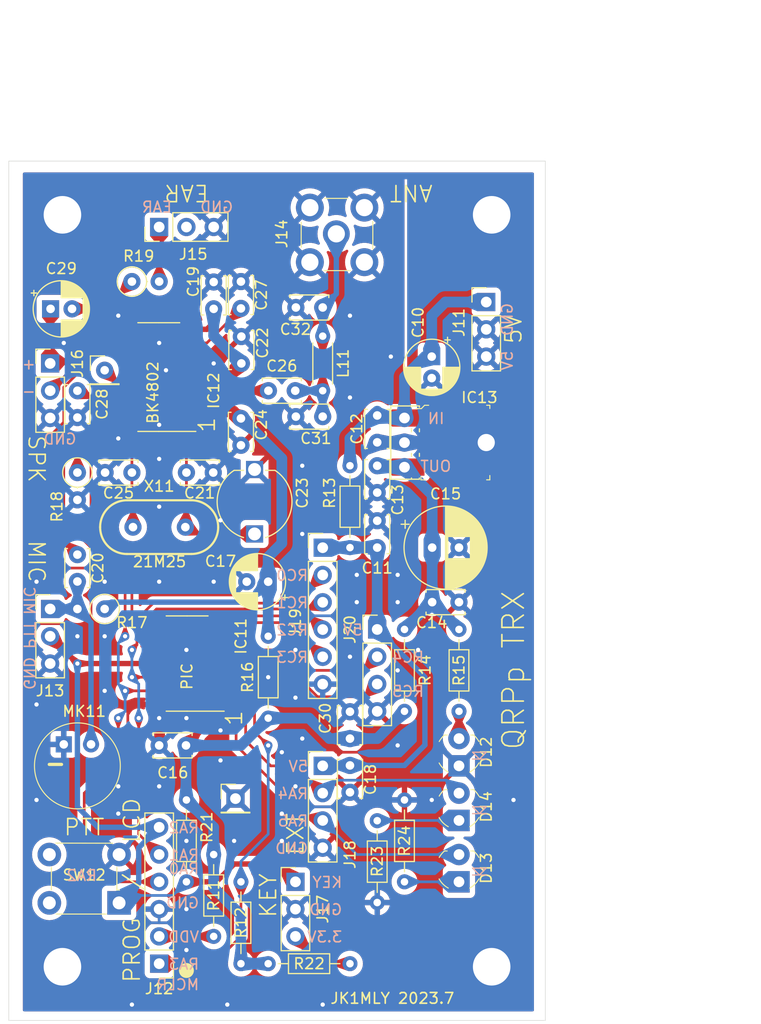
<source format=kicad_pcb>
(kicad_pcb (version 20221018) (generator pcbnew)
  (layers (0 "F.Cu" signal) (31 "B.Cu" signal) (34 "B.Paste" user) (35 "F.Paste" user) (36 "B.SilkS" user "B.Silkscreen") (37 "F.SilkS" user "F.Silkscreen") (38 "B.Mask" user) (39 "F.Mask" user) (44 "Edge.Cuts" user))
  (net 0 "")
  (net 1 "GND")
  (net 2 "Net-(J14-S)")
  (net 3 "Net-(IC12-MIC)")
  (net 4 "+5V")
  (net 5 "+3V3")
  (net 6 "Net-(J13-Pin_1)")
  (net 7 "Net-(D13-A)")
  (net 8 "Net-(IC12-XI)")
  (net 9 "Net-(IC12-RSSI)")
  (net 10 "Net-(IC12-XO)")
  (net 11 "Net-(IC12-ANT)")
  (net 12 "Net-(IC12-AUDC)")
  (net 13 "Net-(D12-A)")
  (net 14 "Net-(D13-K)")
  (net 15 "Net-(IC12-CDVDD)")
  (net 16 "Net-(IC12-EAROP)")
  (net 17 "Net-(C29-Pad2)")
  (net 18 "Net-(IC11-PWM1{slash}CLC1{slash}CWG1A{slash}RC5)")
  (net 19 "/RF-IC/+5VIN")
  (net 20 "/RF-IC/+3.3V-TR")
  (net 21 "/RF-IC/+3.3V-REG")
  (net 22 "Net-(J15-Pin_1)")
  (net 23 "Net-(D14-A)")
  (net 24 "Net-(IC11-RA3{slash}T1G{slash}CLC1IN0{slash}~{SS}{slash}~{MCLR}{slash}Vpp)")
  (net 25 "Net-(IC11-CLC2IN1{slash}CWG1B{slash}C2OUT{slash}RC4)")
  (net 26 "Net-(IC11-~{SS}{slash}PWM2{slash}CLCIN0{slash}C2IN3-{slash}C1IN3-{slash}AN7{slash}RC3)")
  (net 27 "Net-(IC11-SDO{slash}C2IN2-{slash}C1IN2-{slash}AN6{slash}RC2)")
  (net 28 "Net-(IC11-SDI{slash}SDA{slash}PWM4{slash}NCO1{slash}C2IN1-{slash}C1IN1-{slash}AN5{slash}RC1)")
  (net 29 "Net-(IC11-SCK{slash}SCL{slash}CLC2{slash}C2IN+{slash}AN4{slash}RC0)")
  (net 30 "Net-(IC11-RA2{slash}AN2{slash}DACOUT2{slash}C1OUT{slash}T0CKI{slash}~{CWG1FLT}{slash}CLC1{slash}PWM3{slash}INT)")
  (net 31 "Net-(IC11-RA1{slash}AN1{slash}Vref+{slash}C1IN0-{slash}C2IN0-{slash}ICSPCLK)")
  (net 32 "Net-(IC11-RA0{slash}AN0{slash}DACOUT1{slash}C1IN+{slash}ICSPDAT)")
  (net 33 "Net-(IC12-EARON)")
  (net 34 "Net-(IC12-SQ)")
  (net 36 "Net-(J17-Pin_3)")
  (net 37 "Net-(J12-Pin_2)")
  (net 38 "Net-(D14-K)")
  (footprint "Capacitor_THT:C_Disc_D3.4mm_W2.1mm_P2.50mm" (layer "F.Cu") (at 140.335 86.36 -90)
    (fp_text reference "C13")
    (fp_text value "0.1u")
  )
  (footprint "Capacitor_THT:C_Disc_D3.4mm_W2.1mm_P2.50mm" (layer "F.Cu") (at 145.455 99.06)
    (fp_text reference "C14")
    (fp_text value "0.1u")
  )
  (footprint "Capacitor_THT:CP_Radial_D7.5mm_P2.50mm" (layer "F.Cu") (at 145.455 93.98)
    (fp_text reference "C15")
    (fp_text value "470u")
  )
  (footprint "Capacitor_THT:C_Disc_D3.4mm_W2.1mm_P2.50mm" (layer "F.Cu") (at 120.015 112.395)
    (fp_text reference "C16")
    (fp_text value "0.1u")
  )
  (footprint "Capacitor_THT:C_Disc_D3.4mm_W2.1mm_P2.50mm" (layer "F.Cu") (at 127.675 74.335 -90)
    (fp_text reference "C22")
    (fp_text value "1u")
  )
  (footprint "usr-Library:C_TRIM_P6.00mm" (layer "F.Cu") (at 128.905 89.71 90)
    (fp_text reference "C23")
    (fp_text value "10p")
  )
  (footprint "Capacitor_THT:C_Disc_D3.4mm_W2.1mm_P2.50mm" (layer "F.Cu") (at 127.635 84.455 90)
    (fp_text reference "C24")
    (fp_text value "1u")
  )
  (footprint "digikey-footprints:LED_3mm_Radial" (layer "F.Cu") (at 147.955 111.76 90)
    (fp_text reference "D12")
    (fp_text value "LED")
  )
  (footprint "digikey-footprints:LED_3mm_Radial" (layer "F.Cu") (at 147.955 122.555 90)
    (fp_text reference "D13")
    (fp_text value "LED")
  )
  (footprint "Package_SO:SO-14_3.9x8.65mm_P1.27mm" (layer "F.Cu") (at 122.62 104.775 180)
    (fp_text reference "IC11")
    (fp_text value "PIC16F1503T-I/SL")
  )
  (footprint "digikey-footprints:Mic_CMA-4544PF-W" (layer "F.Cu") (at 112.395 114.3 90)
    (fp_text reference "MK11")
    (fp_text value "Microphone")
  )
  (footprint "Resistor_THT:R_Axial_DIN0204_L3.6mm_D1.6mm_P7.62mm_Horizontal" (layer "F.Cu") (at 125.095 130.175 90)
    (fp_text reference "R11")
    (fp_text value "0")
  )
  (footprint "Resistor_THT:R_Axial_DIN0204_L3.6mm_D1.6mm_P7.62mm_Horizontal" (layer "F.Cu") (at 142.875 101.6 -90)
    (fp_text reference "R14")
    (fp_text value "0")
  )
  (footprint "digikey-footprints:Switch_Tactile_THT_6x6mm" (layer "F.Cu") (at 116.28 127.055 180)
    (fp_text reference "SW12")
    (fp_text value "SW_Push")
  )
  (footprint "digikey-footprints:TO-252-3" (layer "F.Cu") (at 147.32 84.201)
    (fp_text reference "U12" hide)
    (fp_text value "NJM2391DL1-33")
  )
  (footprint "UserLib:HC49" (layer "F.Cu") (at 120.015 92.075 180)
    (fp_text reference "X11")
    (fp_text value "21.25M" hide)
  )
  (footprint "Capacitor_THT:C_Disc_D3.4mm_W2.1mm_P2.50mm" (layer "F.Cu") (at 140.335 81.681 -90)
    (fp_text reference "C12")
    (fp_text value "0.1u")
  )
  (footprint "Capacitor_THT:C_Disc_D3.4mm_W2.1mm_P2.50mm" (layer "F.Cu") (at 140.335 93.98 90)
    (fp_text reference "C11")
    (fp_text value "1u")
  )
  (footprint "Resistor_THT:R_Axial_DIN0204_L3.6mm_D1.6mm_P7.62mm_Horizontal" (layer "F.Cu") (at 127.635 132.715 90)
    (fp_text reference "R12")
    (fp_text value "1k")
  )
  (footprint "Resistor_THT:R_Axial_DIN0204_L3.6mm_D1.6mm_P7.62mm_Horizontal" (layer "F.Cu") (at 137.795 86.36 -90)
    (fp_text reference "R13")
    (fp_text value "0")
  )
  (footprint "Capacitor_THT:C_Disc_D3.4mm_W2.1mm_P2.50mm" (layer "F.Cu") (at 117.475 86.995 180)
    (fp_text reference "C25")
    (fp_text value "27p")
  )
  (footprint "Connector_PinHeader_2.54mm:PinHeader_1x06_P2.54mm_Vertical" (layer "F.Cu") (at 120.015 132.715 180)
    (fp_text reference "J12")
    (fp_text value "Conn_01x06")
  )
  (footprint "Connector_PinHeader_2.54mm:PinHeader_1x03_P2.54mm_Vertical" (layer "F.Cu") (at 109.855 99.695)
    (fp_text reference "J13")
    (fp_text value "Conn_01x03")
  )
  (footprint "digikey-footprints:RF_SMA_Vertical_5-1814832-1" (layer "F.Cu") (at 136.6 64.87 90)
    (fp_text reference "J14")
    (fp_text value "Conn_Coaxial")
  )
  (footprint "Connector_PinHeader_2.54mm:PinHeader_1x03_P2.54mm_Vertical" (layer "F.Cu") (at 120.015 64.135 90)
    (fp_text reference "J15")
    (fp_text value "Conn_01x03")
  )
  (footprint "Resistor_THT:R_Axial_DIN0204_L3.6mm_D1.6mm_P7.62mm_Horizontal" (layer "F.Cu") (at 130.175 109.855 90)
    (fp_text reference "R16")
    (fp_text value "0")
  )
  (footprint "Connector_PinHeader_2.54mm:PinHeader_1x03_P2.54mm_Vertical" (layer "F.Cu") (at 150.495 71.12)
    (fp_text reference "J11")
    (fp_text value "Conn_01x03")
  )
  (footprint "Capacitor_THT:C_Disc_D3.4mm_W2.1mm_P2.50mm" (layer "F.Cu") (at 122.555 86.995)
    (fp_text reference "C21")
    (fp_text value "22p")
  )
  (footprint "Capacitor_THT:C_Disc_D3.4mm_W2.1mm_P2.50mm" (layer "F.Cu") (at 130.195 79.375)
    (fp_text reference "C26")
    (fp_text value "0.01u")
  )
  (footprint "Capacitor_THT:C_Disc_D3.4mm_W2.1mm_P2.50mm" (layer "F.Cu") (at 112.395 79.375 -90)
    (fp_text reference "C28")
    (fp_text value "1u")
  )
  (footprint "Resistor_THT:R_Axial_DIN0207_L6.3mm_D2.5mm_P2.54mm_Vertical" (layer "F.Cu") (at 117.475 69.215)
    (fp_text reference "R19")
    (fp_text value "10")
  )
  (footprint "Capacitor_THT:C_Disc_D3.4mm_W2.1mm_P2.50mm" (layer "F.Cu") (at 127.635 71.715 90)
    (fp_text reference "C27")
    (fp_text value "1u")
  )
  (footprint "Resistor_THT:R_Axial_DIN0207_L6.3mm_D2.5mm_P2.54mm_Vertical" (layer "F.Cu") (at 112.395 86.995 -90)
    (fp_text reference "R18")
    (fp_text value "4.7k")
  )
  (footprint "Capacitor_THT:C_Disc_D3.4mm_W2.1mm_P2.50mm" (layer "F.Cu") (at 137.795 111.76 90)
    (fp_text reference "C30")
    (fp_text value "0.1u")
  )
  (footprint "Resistor_THT:R_Axial_DIN0207_L6.3mm_D2.5mm_P2.54mm_Vertical" (layer "F.Cu") (at 114.935 99.695 180)
    (fp_text reference "R17")
    (fp_text value "1k")
  )
  (footprint "Capacitor_THT:CP_Radial_D5.0mm_P2.00mm" (layer "F.Cu") (at 109.895 71.755)
    (fp_text reference "C29")
    (fp_text value "10u")
  )
  (footprint "Capacitor_THT:C_Disc_D3.4mm_W2.1mm_P2.50mm" (layer "F.Cu") (at 112.395 97.135 90)
    (fp_text reference "C20")
    (fp_text value "0.1u")
  )
  (footprint "Connector_PinHeader_2.54mm:PinHeader_1x03_P2.54mm_Vertical" (layer "F.Cu") (at 109.855 76.835)
    (fp_text reference "J16")
    (fp_text value "Conn_01x03")
  )
  (footprint "MountingHole:MountingHole_3.5mm_Pad" (layer "F.Cu") (at 111 133)
    (fp_text reference "TP15" hide)
    (fp_text value "M3")
  )
  (footprint "Capacitor_THT:C_Disc_D3.4mm_W2.1mm_P2.50mm" (layer "F.Cu") (at 135.255 71.628 180)
    (fp_text reference "C32")
    (fp_text value "27p")
  )
  (footprint "Resistor_THT:R_Axial_DIN0204_L3.6mm_D1.6mm_P5.08mm_Horizontal" (layer "F.Cu") (at 135.255 79.375 90)
    (fp_text reference "L11")
    (fp_text value "10")
  )
  (footprint "Connector_PinHeader_2.54mm:PinHeader_1x01_P2.54mm_Vertical" (layer "F.Cu") (at 127.127 117.348)
    (fp_text reference "TP13" hide)
    (fp_text value "TestPoint")
  )
  (footprint "Capacitor_THT:C_Disc_D3.4mm_W2.1mm_P2.50mm" (layer "F.Cu") (at 135.255 81.788 180)
    (fp_text reference "C31")
    (fp_text value "27p")
  )
  (footprint "Resistor_THT:R_Axial_DIN0204_L3.6mm_D1.6mm_P7.62mm_Horizontal" (layer "F.Cu") (at 130.175 132.715)
    (fp_text reference "R22")
    (fp_text value "10")
  )
  (footprint "Connector_PinHeader_2.54mm:PinHeader_1x04_P2.54mm_Vertical" (layer "F.Cu") (at 140.335 101.6)
    (fp_text reference "J20")
    (fp_text value "Conn_01x04")
  )
  (footprint "Connector_PinHeader_2.54mm:PinHeader_1x04_P2.54mm_Vertical" (layer "F.Cu") (at 135.255 114.3)
    (fp_text reference "J18")
    (fp_text value "Conn_01x04")
  )
  (footprint "digikey-footprints:LED_3mm_Radial" (layer "F.Cu") (at 147.955 116.84 90)
    (fp_text reference "D14")
    (fp_text value "LED")
  )
  (footprint "Package_SO:SO-16_3.9x9.9mm_P1.27mm" (layer "F.Cu") (at 119.98 78.105 180)
    (fp_text reference "IC12")
    (fp_text value "BK4802P")
  )
  (footprint "MountingHole:MountingHole_3.5mm_Pad" (layer "F.Cu") (at 111 63)
    (fp_text reference "TP14" hide)
    (fp_text value "M3")
  )
  (footprint "Connector_PinHeader_2.54mm:PinHeader_1x03_P2.54mm_Vertical" (layer "F.Cu") (at 132.715 125.095)
    (fp_text reference "J17")
    (fp_text value "Conn_01x03")
  )
  (footprint "Connector_PinHeader_2.54mm:PinHeader_1x06_P2.54mm_Vertical" (layer "F.Cu") (at 135.255 93.99)
    (fp_text reference "J19")
    (fp_text value "Conn_01x06")
  )
  (footprint "Capacitor_THT:C_Disc_D3.4mm_W2.1mm_P2.50mm" (layer "F.Cu") (at 125.095 69.255 -90)
    (fp_text reference "C19")
    (fp_text value "1u")
  )
  (footprint "Capacitor_THT:CP_Radial_D5.0mm_P2.00mm" (layer "F.Cu") (at 145.415 76.2 -90)
    (fp_text reference "C10")
    (fp_text value "10u")
  )
  (footprint "MountingHole:MountingHole_3.5mm_Pad" (layer "F.Cu") (at 151 63)
    (fp_text reference "TP16" hide)
    (fp_text value "M3")
  )
  (footprint "MountingHole:MountingHole_3.5mm_Pad" (layer "F.Cu") (at 151 133)
    (fp_text reference "TP17" hide)
    (fp_text value "M3")
  )
  (footprint "Resistor_THT:R_Axial_DIN0204_L3.6mm_D1.6mm_P7.62mm_Horizontal" (layer "F.Cu") (at 140.335 119.405 -90)
    (fp_text reference "R23")
    (fp_text value "1k")
  )
  (footprint "Resistor_THT:R_Axial_DIN0204_L3.6mm_D1.6mm_P7.62mm_Horizontal" (layer "F.Cu") (at 122.555 117.475 -90)
    (fp_text reference "R21")
    (fp_text value "10k")
  )
  (footprint "Capacitor_THT:CP_Radial_D5.0mm_P2.00mm" (layer "F.Cu") (at 130.175 97.155 180)
    (fp_text reference "C17")
    (fp_text value "10u")
  )
  (footprint "Resistor_THT:R_Axial_DIN0204_L3.6mm_D1.6mm_P7.62mm_Horizontal" (layer "F.Cu") (at 147.955 101.6 -90)
    (fp_text reference "R15")
    (fp_text value "1k")
  )
  (footprint "Capacitor_THT:C_Disc_D3.4mm_W2.1mm_P2.50mm" (layer "F.Cu") (at 137.795 114.26 -90)
    (fp_text reference "C18")
    (fp_text value "0.1u")
  )
  (footprint "Package_TO_SOT_THT:TO-251-3_Vertical" (layer "F.Cu") (at 142.875 81.915 -90)
    (fp_text reference "IC13")
    (fp_text value "LM2940T-3.3")
  )
  (footprint "Connector_PinHeader_2.54mm:PinHeader_1x01_P2.54mm_Vertical" (layer "F.Cu") (at 114.935 77.47)
    (fp_text reference "TP11" hide)
    (fp_text value "TestPoint")
  )
  (footprint "Resistor_THT:R_Axial_DIN0204_L3.6mm_D1.6mm_P7.62mm_Horizontal" (layer "F.Cu") (at 142.875 125.095 90)
    (fp_text reference "R24")
    (fp_text value "1k")
  )
  (gr_line (start 150.495 113.03) (end 149.86 113.665) (stroke (width 0.12)) (layer "B.SilkS"))
  (gr_line (start 150.495 118.11) (end 149.86 118.745) (stroke (width 0.12)) (layer "B.SilkS"))
  (gr_line (start 149.225 124.46) (end 150.495 124.46) (stroke (width 0.12)) (layer "B.SilkS"))
  (gr_line (start 149.86 118.745) (end 149.225 118.11) (stroke (width 0.12)) (layer "B.SilkS"))
  (gr_line (start 149.86 124.46) (end 149.225 123.825) (stroke (width 0.12)) (layer "B.SilkS"))
  (gr_line (start 149.225 113.03) (end 150.495 113.03) (stroke (width 0.12)) (layer "B.SilkS"))
  (gr_line (start 149.225 118.745) (end 150.495 118.745) (stroke (width 0.12)) (layer "B.SilkS"))
  (gr_line (start 149.86 113.665) (end 149.225 113.03) (stroke (width 0.12)) (layer "B.SilkS"))
  (gr_line (start 149.225 118.11) (end 150.495 118.11) (stroke (width 0.12)) (layer "B.SilkS"))
  (gr_line (start 150.495 123.825) (end 149.86 124.46) (stroke (width 0.12)) (layer "B.SilkS"))
  (gr_line (start 149.225 123.825) (end 150.495 123.825) (stroke (width 0.12)) (layer "B.SilkS"))
  (gr_line (start 149.225 113.665) (end 150.495 113.665) (stroke (width 0.12)) (layer "B.SilkS"))
  (gr_circle (center 122.555 133.35) (end 123.19 133.35) (stroke (width 0.12)) (fill solid) (layer "F.SilkS"))
  (gr_line (start 106 58) (end 156 58) (stroke (width 0.05)) (layer "Edge.Cuts"))
  (gr_line (start 106 138) (end 106 58) (stroke (width 0.05)) (layer "Edge.Cuts"))
  (gr_line (start 156 138) (end 106 138) (stroke (width 0.05)) (layer "Edge.Cuts"))
  (gr_line (start 156 58) (end 156 138) (stroke (width 0.05)) (layer "Edge.Cuts"))
  (gr_text "RA3" (at 123.825 133.35) (layer "B.SilkS") (effects (font (size 1 1)) (justify left bottom mirror)))
  (gr_text "RC3" (at 133.985 104.775) (layer "B.SilkS") (effects (font (size 1 1)) (justify left bottom mirror)))
  (gr_text "RC4" (at 144.78 104.775) (layer "B.SilkS") (effects (font (size 1 1)) (justify left bottom mirror)))
  (gr_text "VDD" (at 123.825 130.81) (layer "B.SilkS") (effects (font (size 1 1)) (justify left bottom mirror)))
  (gr_text "GND" (at 153.035 71.12 90) (layer "B.SilkS") (effects (font (size 1 1)) (justify left bottom mirror)))
  (gr_text "GND" (at 112.395 84.455) (layer "B.SilkS") (effects (font (size 1 1)) (justify left bottom mirror)))
  (gr_text "OUT" (at 147.32 86.995) (layer "B.SilkS") (effects (font (size 1 1)) (justify left bottom mirror)))
  (gr_text "RA0" (at 123.825 124.46) (layer "B.SilkS") (effects (font (size 1 1)) (justify left bottom mirror)))
  (gr_text "RA4" (at 133.985 117.475) (layer "B.SilkS") (effects (font (size 1 1)) (justify left bottom mirror)))
  (gr_text "5V" (at 133.985 114.935) (layer "B.SilkS") (effects (font (size 1 1)) (justify left bottom mirror)))
  (gr_text "5V" (at 153.035 75.565 90) (layer "B.SilkS") (effects (font (size 1 1)) (justify left bottom mirror)))
  (gr_text "KEY" (at 137.16 125.73) (layer "B.SilkS") (effects (font (size 1 1)) (justify left bottom mirror)))
  (gr_text "IN" (at 146.685 82.55) (layer "B.SilkS") (effects (font (size 1 1)) (justify left bottom mirror)))
  (gr_text "RC0" (at 133.985 97.155) (layer "B.SilkS") (effects (font (size 1 1)) (justify left bottom mirror)))
  (gr_text "MCLR" (at 123.825 135.255) (layer "B.SilkS") (effects (font (size 1 1)) (justify left bottom mirror)))
  (gr_text "PTT" (at 107.315 103.505 -90) (layer "B.SilkS") (effects (font (size 1 1)) (justify left bottom mirror)))
  (gr_text "RC1" (at 133.985 99.695) (layer "B.SilkS") (effects (font (size 1 1)) (justify left bottom mirror)))
  (gr_text "RC5" (at 144.78 107.95) (layer "B.SilkS") (effects (font (size 1 1)) (justify left bottom mirror)))
  (gr_text "RA2" (at 123.825 120.65) (layer "B.SilkS") (effects (font (size 1 1)) (justify left bottom mirror)))
  (gr_text "GND" (at 107.315 107.315 -90) (layer "B.SilkS") (effects (font (size 1 1)) (justify left bottom mirror)))
  (gr_text "RA5" (at 133.985 120.015) (layer "B.SilkS") (effects (font (size 1 1)) (justify left bottom mirror)))
  (gr_text "5V" (at 139.065 102.235) (layer "B.SilkS") (effects (font (size 1 1)) (justify left bottom mirror)))
  (gr_text "EAR" (at 121.285 62.865) (layer "B.SilkS") (effects (font (size 1 1)) (justify left bottom mirror)))
  (gr_text "GND" (at 137.16 128.27) (layer "B.SilkS") (effects (font (size 1 1)) (justify left bottom mirror)))
  (gr_text "RC2" (at 133.985 102.235) (layer "B.SilkS") (effects (font (size 1 1)) (justify left bottom mirror)))
  (gr_text "RA1" (at 123.825 123.19) (layer "B.SilkS") (effects (font (size 1 1)) (justify left bottom mirror)))
  (gr_text "3.3V" (at 137.16 130.81) (layer "B.SilkS") (effects (font (size 1 1)) (justify left bottom mirror)))
  (gr_text "GND" (at 127 62.865) (layer "B.SilkS") (effects (font (size 1 1)) (justify left bottom mirror)))
  (gr_text "-" (at 108.585 80.01) (layer "B.SilkS") (effects (font (size 1 1)) (justify left bottom mirror)))
  (gr_text "RA2" (at 114.3 125.095) (layer "B.SilkS") (effects (font (size 1 1)) (justify left bottom mirror)))
  (gr_text "+" (at 108.585 77.47) (layer "B.SilkS") (effects (font (size 1 1)) (justify left bottom mirror)))
  (gr_text "GND" (at 123.825 127.635) (layer "B.SilkS") (effects (font (size 1 1)) (justify left bottom mirror)))
  (gr_text "GND" (at 133.985 122.555) (layer "B.SilkS") (effects (font (size 1 1)) (justify left bottom mirror)))
  (gr_text "MIC" (at 107.315 100.33 -90) (layer "B.SilkS") (effects (font (size 1 1)) (justify left bottom mirror)))
  (gr_text "MIC" (at 108.585 95.25 -90) (layer "F.SilkS") (effects (font (size 1.5 1.5))))
  (gr_text "EXT" (at 132.715 120.65 90) (layer "F.SilkS") (effects (font (size 1.5 1.5))))
  (gr_text "PIC" (at 123.19 107.315 90) (layer "F.SilkS") (effects (font (size 1 1)) (justify left bottom)))
  (gr_text "1" (at 127 109.855 90) (layer "F.SilkS") (effects (font (size 1.5 1.5))))
  (gr_text "-" (at 109.22 114.935) (layer "F.SilkS") (effects (font (size 1.5 1.5) (thickness 0.3) bold) (justify left bottom)))
  (gr_text "SPK" (at 108.585 85.725 -90) (layer "F.SilkS") (effects (font (size 1.5 1.5))))
  (gr_text "ANT" (at 143.51 60.96 180) (layer "F.SilkS") (effects (font (size 1.5 1.5))))
  (gr_text "21M25" (at 117.475 95.885) (layer "F.SilkS") (effects (font (size 1 1)) (justify left bottom)))
  (gr_text "1" (at 124.46 82.55 90) (layer "F.SilkS") (effects (font (size 1.5 1.5))))
  (gr_text "KEY" (at 130.175 126.365 90) (layer "F.SilkS") (effects (font (size 1.5 1.5))))
  (gr_text "LCD" (at 117.475 119.38 90) (layer "F.SilkS") (effects (font (size 1.5 1.5))))
  (gr_text "5V" (at 153.035 73.66 90) (layer "F.SilkS") (effects (font (size 1.5 1.5))))
  (gr_text "QRPp TRX" (at 153.035 105.41 90) (layer "F.SilkS") (effects (font (size 2 2))))
  (gr_text "BK4802" (at 120.015 82.55 90) (layer "F.SilkS") (effects (font (size 1 1)) (justify left bottom)))
  (gr_text "PTT" (at 113.03 120.015) (layer "F.SilkS") (effects (font (size 1.5 1.5))))
  (gr_text "/" (at 117.475 125.095 90) (layer "F.SilkS") (effects (font (size 1.5 1.5))))
  (gr_text "EAR" (at 122.555 60.96 180) (layer "F.SilkS") (effects (font (size 1.5 1.5))))
  (gr_text "PROG" (at 117.475 131.445 90) (layer "F.SilkS") (effects (font (size 1.5 1.5))))
  (gr_text "JK1MLY 2023.7" (at 135.89 136.525) (layer "F.SilkS") (effects (font (size 1 1)) (justify left bottom)))
  (segment (start 113.665 98.425) (end 113.665 100.965) (width 0.25) (layer "F.Cu") (net 1))
  (segment (start 116.205 116.205) (end 117.094 115.316) (width 0.25) (layer "F.Cu") (net 1))
  (segment (start 142.24 112.395) (end 141.605 113.03) (width 0.25) (layer "F.Cu") (net 1))
  (segment (start 120.015 109.855) (end 120.055 109.815) (width 1) (layer "F.Cu") (net 1))
  (segment (start 140.359 84.205) (end 140.335 84.181) (width 0.5) (layer "F.Cu") (net 1))
  (segment (start 132.715 116.205) (end 132.715 116.84) (width 0.25) (layer "F.Cu") (net 1))
  (segment (start 121.285 128.905) (end 115.895 128.905) (width 0.25) (layer "F.Cu") (net 1))
  (segment (start 120.015 127.635) (end 120.015 128.905) (width 0.25) (layer "F.Cu") (net 1))
  (segment (start 120.055 112.395) (end 120.055 109.895) (width 1) (layer "F.Cu") (net 1))
  (segment (start 120.145 108.585) (end 122.555 108.585) (width 0.5) (layer "F.Cu") (net 1))
  (segment (start 136.525 118.11) (end 136.525 118.03) (width 0.25) (layer "F.Cu") (net 1))
  (segment (start 150.406 84.205) (end 150.41 84.201) (width 1) (layer "F.Cu") (net 1))
  (segment (start 109.855 95.885) (end 113.665 95.885) (width 0.25) (layer "F.Cu") (net 1))
  (segment (start 136.525 118.03) (end 137.795 116.76) (width 0.25) (layer "F.Cu") (net 1))
  (segment (start 133.985 118.11) (end 136.525 118.11) (width 0.25) (layer "F.Cu") (net 1))
  (segment (start 139.085 87.61) (end 140.335 88.86) (width 0.25) (layer "F.Cu") (net 1))
  (segment (start 140.335 84.181) (end 139.085 85.431) (width 0.25) (layer "F.Cu") (net 1))
  (segment (start 120.055 109.815) (end 120.055 108.879) (width 1) (layer "F.Cu") (net 1))
  (segment (start 135.255 111.76) (end 133.35 111.76) (width 0.25) (layer "F.Cu") (net 1))
  (segment (start 115.895 128.905) (end 111.8 133) (width 0.25) (layer "F.Cu") (net 1))
  (segment (start 122.555 108.585) (end 122.555 109.855) (width 0.5) (layer "F.Cu") (net 1))
  (segment (start 120.055 109.895) (end 120.015 109.855) (width 1) (layer "F.Cu") (net 1))
  (segment (start 107.95 97.79) (end 107.95 100.965) (width 0.25) (layer "F.Cu") (net 1))
  (segment (start 108.045 101.06) (end 111.22 101.06) (width 0.25) (layer "F.Cu") (net 1))
  (segment (start 117.094 115.316) (end 117.094 108.585) (width 0.25) (layer "F.Cu") (net 1))
  (segment (start 107.95 100.965) (end 108.045 101.06) (width 0.25) (layer "F.Cu") (net 1))
  (segment (start 113.665 98.425) (end 114.935 97.155) (width 0.25) (layer "F.Cu") (net 1))
  (segment (start 124.46 77.47) (end 125.095 76.835) (width 0.5) (layer "F.Cu") (net 1))
  (segment (start 142.875 84.205) (end 150.406 84.205) (width 1) (layer "F.Cu") (net 1))
  (segment (start 141.605 113.03) (end 136.525 113.03) (width 0.25) (layer "F.Cu") (net 1))
  (segment (start 113.665 100.965) (end 114.935 102.235) (width 0.25) (layer "F.Cu") (net 1))
  (segment (start 122.555 127.635) (end 121.285 128.905) (width 0.25) (layer "F.Cu") (net 1))
  (segment (start 111.22 101.06) (end 112.395 102.235) (width 0.25) (layer "F.Cu") (net 1))
  (segment (start 120.145 108.585) (end 117.094 108.585) (width 0.5) (layer "F.Cu") (net 1))
  (segment (start 132.715 116.84) (end 133.985 118.11) (width 0.25) (layer "F.Cu") (net 1))
  (segment (start 108.585 97.155) (end 107.95 97.79) (width 0.25) (layer "F.Cu") (net 1))
  (segment (start 117.094 108.585) (end 116.205 108.585) (width 0.5) (layer "F.Cu") (net 1))
  (segment (start 142.875 84.205) (end 140.359 84.205) (width 1) (layer "F.Cu") (net 1))
  (segment (start 120.015 127.635) (end 122.555 127.635) (width 0.25) (layer "F.Cu") (net 1))
  (segment (start 108.585 97.155) (end 109.855 95.885) (width 0.25) (layer "F.Cu") (net 1))
  (segment (start 139.085 85.431) (end 139.085 87.61) (width 0.25) (layer "F.Cu") (net 1))
  (segment (start 116.205 108.585) (end 114.935 107.315) (width 0.25) (layer "F.Cu") (net 1))
  (segment (start 136.525 113.03) (end 135.255 111.76) (width 0.25) (layer "F.Cu") (net 1))
  (segment (start 122.59 77.47) (end 124.46 77.47) (width 0.5) (layer "F.Cu") (net 1))
  (segment (start 113.665 95.885) (end 114.935 97.155) (width 0.25) (layer "F.Cu") (net 1))
  (via (at 135.255 136.525) (size 0.8) (drill 0.4) (layers "F.Cu" "B.Cu") (net 1))
  (via (at 116.205 72.39) (size 0.8) (drill 0.4) (layers "F.Cu" "B.Cu") (net 1))
  (via (at 144.145 103.505) (size 0.8) (drill 0.4) (layers "F.Cu" "B.Cu") (net 1))
  (via (at 137.795 80.01) (size 0.8) (drill 0.4) (layers "F.Cu" "B.Cu") (net 1))
  (via (at 137.795 104.14) (size 0.8) (drill 0.4) (layers "F.Cu" "B.Cu") (net 1))
  (via (at 125.095 76.835) (size 0.8) (drill 0.4) (layers "F.Cu" "B.Cu") (net 1))
  (via (at 117.475 136.525) (size 0.8) (drill 0.4) (layers "F.Cu" "B.Cu") (net 1))
  (via (at 125.73 113.792) (size 0.8) (drill 0.4) (layers "F.Cu" "B.Cu") (net 1))
  (via (at 131.445 113.03) (size 0.8) (drill 0.4) (layers "F.Cu" "B.Cu") (net 1))
  (via (at 116.205 116.205) (size 0.8) (drill 0.4) (layers "F.Cu" "B.Cu") (net 1))
  (via (at 132.715 107.95) (size 0.8) (drill 0.4) (layers "F.Cu" "B.Cu") (net 1))
  (via (at 132.715 116.205) (size 0.8) (drill 0.4) (layers "F.Cu" "B.Cu") (net 1))
  (via (at 112.395 102.235) (size 0.8) (drill 0.4) (layers "F.Cu" "B.Cu") (net 1))
  (via (at 116.205 83.82) (size 0.8) (drill 0.4) (layers "F.Cu" "B.Cu") (net 1))
  (via (at 120.015 74.93) (size 0.8) (drill 0.4) (layers "F.Cu" "B.Cu") (net 1))
  (via (at 125.73 110.998) (size 0.8) (drill 0.4) (layers "F.Cu" "B.Cu") (net 1))
  (via (at 138.43 99.06) (size 0.8) (drill 0.4) (layers "F.Cu" "B.Cu") (net 1))
  (via (at 131.445 118.745) (size 0.8) (drill 0.4) (layers "F.Cu" "B.Cu") (net 1))
  (via (at 114.935 102.235) (size 0.8) (drill 0.4) (layers "F.Cu" "B.Cu") (net 1))
  (via (at 141.605 76.2) (size 0.8) (drill 0.4) (layers "F.Cu" "B.Cu") (net 1))
  (via (at 122.555 127.635) (size 0.8) (drill 0.4) (layers "F.Cu" "B.Cu") (net 1))
  (via (at 122.555 131.445) (size 0.8) (drill 0.4) (layers "F.Cu" "B.Cu") (net 1))
  (via (at 127 121.285) (size 0.8) (drill 0.4) (layers "F.Cu" "B.Cu") (net 1))
  (via (at 142.24 99.06) (size 0.8) (drill 0.4) (layers "F.Cu" "B.Cu") (net 1))
  (via (at 126.365 136.525) (size 0.8) (drill 0.4) (layers "F.Cu" "B.Cu") (net 1))
  (via (at 145.415 117.475) (size 0.8) (drill 0.4) (layers "F.Cu" "B.Cu") (net 1))
  (via (at 137.795 72.39) (size 0.8) (drill 0.4) (layers "F.Cu" "B.Cu") (net 1))
  (via (at 150.495 84.201) (size 3) (drill 1.6) (layers "F.Cu" "B.Cu") (net 1))
  (via (at 133.35 111.76) (size 0.8) (drill 0.4) (layers "F.Cu" "B.Cu") (net 1))
  (via (at 125.095 97.155) (size 0.8) (drill 0.4) (layers "F.Cu" "B.Cu") (net 1))
  (via (at 142.24 112.395) (size 0.8) (drill 0.4) (layers "F.Cu" "B.Cu") (net 1))
  (via (at 138.43 96.52) (size 0.8) (drill 0.4) (layers "F.Cu" "B.Cu") (net 1))
  (via (at 133.35 86.36) (size 0.8) (drill 0.4) (layers "F.Cu" "B.Cu") (net 1))
  (via (at 120.015 82.55) (size 0.8) (drill 0.4) (layers "F.Cu" "B.Cu") (net 1))
  (via (at 120.015 116.205) (size 0.8) (drill 0.4) (layers "F.Cu" "B.Cu") (net 1))
  (via (at 120.65 77.47) (size 0.8) (drill 0.4) (layers "F.Cu" "B.Cu") (net 1))
  (via (at 122.555 109.855) (size 0.8) (drill 0.4) (layers "F.Cu" "B.Cu") (net 1))
  (via (at 153.035 117.475) (size 0.8) (drill 0.4) (layers "F.Cu" "B.Cu") (net 1))
  (via (at 111.125 74.93) (size 0.8) (drill 0.4) (layers "F.Cu" "B.Cu") (net 1))
  (via (at 132.715 103.505) (size 0.8) (drill 0.4) (layers "F.Cu" "B.Cu") (net 1))
  (via (at 120.015 90.17) (size 0.8) (drill 0.4) (layers "F.Cu" "B.Cu") (net 1))
  (via (at 114.935 107.315) (size 0.8) (drill 0.4) (layers "F.Cu" "B.Cu") (net 1))
  (via (at 133.35 92.71) (size 0.8) (drill 0.4) (layers "F.Cu" "B.Cu") (net 1))
  (via (at 108.585 97.155) (size 0.8) (drill 0.4) (layers "F.Cu" "B.Cu") (net 1))
  (via (at 120.015 109.855) (size 0.8) (drill 0.4) (layers "F.Cu" "B.Cu") (net 1))
  (via (at 130.175 106.045) (size 0.8) (drill 0.4) (layers "F.Cu" "B.Cu") (net 1))
  (via (at 142.24 96.52) (size 0.8) (drill 0.4) (layers "F.Cu" "B.Cu") (net 1))
  (via (at 120.015 97.155) (size 0.8) (drill 0.4) (layers "F.Cu" "B.Cu") (net 1))
  (via (at 120.015 85.725) (size 0.8) (drill 0.4) (layers "F.Cu" "B.Cu") (net 1))
  (via (at 131.445 121.285) (size 0.8) (drill 0.4) (layers "F.Cu" "B.Cu") (net 1))
  (via (at 114.935 97.155) (size 0.8) (drill 0.4) (layers "F.Cu" "B.Cu") (net 1))
  (via (at 116.205 118.745) (size 0.8) (drill 0.4) (layers "F.Cu" "B.Cu") (net 1))
  (via (at 108.585 108.585) (size 0.8) (drill 0.4) (layers "F.Cu" "B.Cu") (net 1))
  (via (at 125.73 91.44) (size 0.8) (drill 0.4) (layers "F.Cu" "B.Cu") (net 1))
  (via (at 108.585 117.475) (size 0.8) (drill 0.4) (layers "F.Cu" "B.Cu") (net 1))
  (via (at 122.555 103.505) (size 0.8) (drill 0.4) (layers "F.Cu" "B.Cu") (net 1))
  (via (at 142.24 105.41) (size 0.8) (drill 0.4) (layers "F.Cu" "B.Cu") (net 1))
  (via (at 122.555 121.285) (size 0.8) (drill 0.4) (layers "F.Cu" "B.Cu") (net 1))
  (segment (start 140.335 84.181) (end 139.065 85.451) (width 0.25) (layer "B.Cu") (net 1))
  (segment (start 132.08 118.11) (end 131.445 118.745) (width 0.25) (layer "B.Cu") (net 1))
  (segment (start 139.065 85.451) (end 139.065 87.59) (width 0.25) (layer "B.Cu") (net 1))
  (segment (start 137.16 100.33) (end 133.477 100.33) (width 0.25) (layer "B.Cu") (net 1))
  (segment (start 140.736 84.181) (end 140.335 84.181) (width 0.25) (layer "B.Cu") (net 1))
  (segment (start 142.875 84.205) (end 140.76 84.205) (width 1) (layer "B.Cu") (net 1))
  (segment (start 137.795 116.76) (end 136.445 118.11) (width 0.25) (layer "B.Cu") (net 1))
  (segment (start 122.555 128.397) (end 122.555 127.635) (width 0.25) (layer "B.Cu") (net 1))
  (segment (start 120.015 128.905) (end 122.047 128.905) (width 0.25) (layer "B.Cu") (net 1))
  (segment (start 139.065 87.59) (end 140.335 88.86) (width 0.25) (layer "B.Cu") (net 1))
  (segment (start 132.715 101.092) (end 132.715 103.505) (width 0.25) (layer "B.Cu") (net 1))
  (segment (start 111.8 133) (end 115.895 128.905) (width 0.25) (layer "B.Cu") (net 1))
  (segment (start 133.477 100.33) (end 132.715 101.092) (width 0.25) (layer "B.Cu") (net 1))
  (segment (start 122.047 128.905) (end 122.555 128.397) (width 0.25) (layer "B.Cu") (net 1))
  (segment (start 120.015 127.635) (end 120.015 128.905) (width 0.25) (layer "B.Cu") (net 1))
  (segment (start 150.491 84.205) (end 150.495 84.201) (width 0.5) (layer "B.Cu") (net 1))
  (segment (start 138.43 99.06) (end 137.16 100.33) (width 0.25) (layer "B.Cu") (net 1))
  (segment (start 127.655 74.315) (end 127.675 74.295) (width 1) (layer "B.Cu") (net 1))
  (segment (start 140.76 84.205) (end 140.736 84.181) (width 0.25) (layer "B.Cu") (net 1))
  (segment (start 136.445 118.11) (end 132.08 118.11) (width 0.25) (layer "B.Cu") (net 1))
  (segment (start 115.895 128.905) (end 120.015 128.905) (width 0.25) (layer "B.Cu") (net 1))
  (segment (start 142.875 84.205) (end 150.491 84.205) (width 1) (layer "B.Cu") (net 1))
  (segment (start 135.255 74.295) (end 135.255 79.375) (width 0.5) (layer "F.Cu") (net 2))
  (segment (start 135.255 74.295) (end 135.255 71.628) (width 0.5) (layer "B.Cu") (net 2))
  (segment (start 136.525 64.77) (end 136.525 70.358) (width 0.5) (layer "B.Cu") (net 2))
  (segment (start 136.525 70.358) (end 135.255 71.628) (width 0.5) (layer "B.Cu") (net 2))
  (segment (start 135.255 79.375) (end 135.255 81.788) (width 0.5) (layer "B.Cu") (net 2))
  (segment (start 135.255 79.375) (end 132.695 79.375) (width 0.5) (layer "B.Cu") (net 2))
  (segment (start 122.465 76.29) (end 122.555 76.2) (width 0.25) (layer "F.Cu") (net 3))
  (segment (start 114.614009 75.565) (end 118.745 75.565) (width 0.25) (layer "F.Cu") (net 3))
  (segment (start 109.855 92.075) (end 109.855 83.576701) (width 0.25) (layer "F.Cu") (net 3))
  (segment (start 112.395 94.615) (end 109.855 92.075) (width 0.25) (layer "F.Cu") (net 3))
  (segment (start 118.745 75.565) (end 119.47 76.29) (width 0.25) (layer "F.Cu") (net 3))
  (segment (start 111.125 82.306701) (end 111.125 79.054009) (width 0.25) (layer "F.Cu") (net 3))
  (segment (start 111.125 79.054009) (end 114.614009 75.565) (width 0.25) (layer "F.Cu") (net 3))
  (segment (start 109.855 83.576701) (end 111.125 82.306701) (width 0.25) (layer "F.Cu") (net 3))
  (segment (start 119.47 76.29) (end 122.465 76.29) (width 0.25) (layer "F.Cu") (net 3))
  (segment (start 137.815 93.98) (end 140.335 93.98) (width 1) (layer "B.Cu") (net 4))
  (segment (start 144.78 112.355) (end 144.78 106.045) (width 0.5) (layer "B.Cu") (net 4))
  (segment (start 137.795 114.26) (end 142.875 114.26) (width 0.5) (layer "B.Cu") (net 4))
  (segment (start 137.755 114.3) (end 137.795 114.26) (width 0.5) (layer "B.Cu") (net 4))
  (segment (start 142.875 114.26) (end 144.78 112.355) (width 0.5) (layer "B.Cu") (net 4))
  (segment (start 140.335 93.98) (end 140.335 101.6) (width 1) (layer "B.Cu") (net 4))
  (segment (start 135.255 114.3) (end 137.755 114.3) (width 0.5) (layer "B.Cu") (net 4))
  (segment (start 137.805 93.99) (end 137.815 93.98) (width 1) (layer "B.Cu") (net 4))
  (segment (start 144.78 106.045) (end 140.335 101.6) (width 0.5) (layer "B.Cu") (net 4))
  (segment (start 135.255 93.99) (end 137.805 93.99) (width 1) (layer "B.Cu") (net 4))
  (segment (start 122.555 112.395) (end 125.095 109.855) (width 0.5) (layer "F.Cu") (net 5))
  (segment (start 125.095 109.855) (end 125.095 108.65) (width 0.5) (layer "F.Cu") (net 5))
  (segment (start 140.335 111.76) (end 142.875 109.22) (width 1) (layer "B.Cu") (net 5))
  (segment (start 122.515 112.395) (end 127.635 112.395) (width 1) (layer "B.Cu") (net 5))
  (segment (start 130.175 132.715) (end 127.635 132.715) (width 1) (layer "B.Cu") (net 5))
  (segment (start 125.095 125.655101) (end 127.635 128.195101) (width 1) (layer "B.Cu") (net 5))
  (segment (start 125.095 122.555) (end 125.095 120.015) (width 1) (layer "B.Cu") (net 5))
  (segment (start 127.635 112.395) (end 130.175 109.855) (width 1) (layer "B.Cu") (net 5))
  (segment (start 122.515 112.395) (end 122.515 117.435) (width 1) (layer "B.Cu") (net 5))
  (segment (start 127.635 128.27) (end 127.635 132.08) (width 1) (layer "B.Cu") (net 5))
  (segment (start 122.515 117.435) (end 122.555 117.475) (width 1) (layer "B.Cu") (net 5))
  (segment (start 122.555 117.475) (end 125.095 120.015) (width 1) (layer "B.Cu") (net 5))
  (segment (start 133.985 109.855) (end 130.175 109.855) (width 1) (layer "B.Cu") (net 5))
  (segment (start 137.795 111.76) (end 135.89 111.76) (width 1) (layer "B.Cu") (net 5))
  (segment (start 125.095 122.555) (end 125.095 125.655101) (width 1) (layer "B.Cu") (net 5))
  (segment (start 135.89 111.76) (end 133.985 109.855) (width 1) (layer "B.Cu") (net 5))
  (segment (start 127.635 128.195101) (end 127.635 128.27) (width 1) (layer "B.Cu") (net 5))
  (segment (start 137.795 111.76) (end 140.335 111.76) (width 1) (layer "B.Cu") (net 5))
  (segment (start 127.635 132.715) (end 127.635 128.27) (width 1) (layer "B.Cu") (net 5))
  (segment (start 109.855 99.695) (end 112.395 99.695) (width 0.5) (layer "B.Cu") (net 6))
  (segment (start 112.395 97.135) (end 112.395 99.695) (width 0.5) (layer "B.Cu") (net 6))
  (segment (start 113.665 100.965) (end 113.665 112.3) (width 0.5) (layer "B.Cu") (net 6))
  (segment (start 112.395 99.695) (end 113.665 100.965) (width 0.5) (layer "B.Cu") (net 6))
  (segment (start 135.255 119.38) (end 134.17 119.38) (width 0.25) (layer "F.Cu") (net 7))
  (segment (start 134.17 119.38) (end 127.185 112.395) (width 0.25) (layer "F.Cu") (net 7))
  (segment (start 125.73 107.315) (end 125.095 107.315) (width 0.25) (layer "F.Cu") (net 7))
  (segment (start 127.185 112.395) (end 127.185 108.77) (width 0.25) (layer "F.Cu") (net 7))
  (segment (start 127.185 108.77) (end 125.73 107.315) (width 0.25) (layer "F.Cu") (net 7))
  (segment (start 138.43 122.555) (end 147.955 122.555) (width 0.25) (layer "B.Cu") (net 7))
  (segment (start 135.255 119.38) (end 138.43 122.555) (width 0.25) (layer "B.Cu") (net 7))
  (segment (start 123.09 92.71) (end 122.455 92.075) (width 0.25) (layer "F.Cu") (net 8))
  (segment (start 122.555 82.55) (end 122.555 91.975) (width 0.25) (layer "F.Cu") (net 8))
  (segment (start 122.555 91.975) (end 122.455 92.075) (width 0.25) (layer "F.Cu") (net 8))
  (segment (start 128.905 92.71) (end 123.09 92.71) (width 0.25) (layer "F.Cu") (net 8))
  (segment (start 117.405 78.74) (end 116.205 78.74) (width 0.25) (layer "F.Cu") (net 9))
  (segment (start 116.205 78.74) (end 114.935 77.47) (width 0.25) (layer "F.Cu") (net 9))
  (segment (start 117.475 82.934695) (end 117.475 89.515) (width 0.25) (layer "F.Cu") (net 10))
  (segment (start 117.575 89.615) (end 117.575 92.075) (width 0.25) (layer "F.Cu") (net 10))
  (segment (start 117.405 82.55) (end 117.405 82.864695) (width 0.25) (layer "F.Cu") (net 10))
  (segment (start 117.475 89.515) (end 117.575 89.615) (width 0.25) (layer "F.Cu") (net 10))
  (segment (start 117.405 82.864695) (end 117.475 82.934695) (width 0.25) (layer "F.Cu") (net 10))
  (segment (start 130.195 79.375) (end 127 79.375) (width 0.5) (layer "F.Cu") (net 11))
  (segment (start 126.365 80.01) (end 122.59 80.01) (width 0.5) (layer "F.Cu") (net 11))
  (segment (start 127 79.375) (end 126.365 80.01) (width 0.5) (layer "F.Cu") (net 11))
  (segment (start 122.59 74.93) (end 124.46 74.93) (width 0.25) (layer "F.Cu") (net 12))
  (segment (start 124.46 74.93) (end 125.095 74.295) (width 0.25) (layer "F.Cu") (net 12))
  (segment (start 125.095 74.295) (end 127.635 71.755) (width 0.25) (layer "F.Cu") (net 12))
  (segment (start 147.955 109.22) (end 147.955 111.76) (width 0.25) (layer "F.Cu") (net 13))
  (segment (start 142.875 125.095) (end 147.955 125.095) (width 0.25) (layer "B.Cu") (net 14))
  (segment (start 117.44 80.01) (end 113.03 80.01) (width 0.25) (layer "F.Cu") (net 15))
  (segment (start 113.03 80.01) (end 112.395 79.375) (width 0.25) (layer "F.Cu") (net 15))
  (segment (start 109.855 71.795) (end 109.895 71.755) (width 0.25) (layer "F.Cu") (net 16))
  (segment (start 109.855 76.835) (end 109.855 71.795) (width 0.25) (layer "F.Cu") (net 16))
  (segment (start 109.855 76.835) (end 111.125 76.835) (width 0.25) (layer "F.Cu") (net 16))
  (segment (start 114.3 73.66) (end 117.405 73.66) (width 0.25) (layer "F.Cu") (net 16))
  (segment (start 111.125 76.835) (end 114.3 73.66) (width 0.25) (layer "F.Cu") (net 16))
  (segment (start 114.935 71.755) (end 117.475 69.215) (width 0.25) (layer "F.Cu") (net 17))
  (segment (start 111.895 71.755) (end 114.935 71.755) (width 0.25) (layer "F.Cu") (net 17))
  (segment (start 128.27 103.505) (end 128.905 104.14) (width 0.25) (layer "F.Cu") (net 18))
  (segment (start 134.768299 107.865) (end 139.15 107.865) (width 0.25) (layer "F.Cu") (net 18))
  (segment (start 130.175 104.14) (end 132.715 106.68) (width 0.25) (layer "F.Cu") (net 18))
  (segment (start 133.583299 106.68) (end 132.715 106.68) (width 0.25) (layer "F.Cu") (net 18))
  (segment (start 139.15 107.865) (end 140.335 106.68) (width 0.25) (layer "F.Cu") (net 18))
  (segment (start 128.905 104.14) (end 130.175 104.14) (width 0.25) (layer "F.Cu") (net 18))
  (segment (start 125.095 103.505) (end 128.27 103.505) (width 0.25) (layer "F.Cu") (net 18))
  (segment (start 134.768299 107.865) (end 133.583299 106.68) (width 0.25) (layer "F.Cu") (net 18))
  (segment (start 140.569 81.915) (end 140.335 81.681) (width 1) (layer "F.Cu") (net 19))
  (segment (start 142.875 81.915) (end 140.569 81.915) (width 0.5) (layer "F.Cu") (net 19))
  (segment (start 140.569 81.915) (end 140.335 81.681) (width 0.5) (layer "B.Cu") (net 19))
  (segment (start 145.415 72.39) (end 146.685 71.12) (width 1) (layer "B.Cu") (net 19))
  (segment (start 146.685 71.12) (end 150.495 71.12) (width 1) (layer "B.Cu") (net 19))
  (segment (start 142.875 81.915) (end 140.569 81.915) (width 1) (layer "B.Cu") (net 19))
  (segment (start 140.335 81.28) (end 137.795 83.82) (width 1) (layer "B.Cu") (net 19))
  (segment (start 137.795 83.82) (end 137.795 86.36) (width 1) (layer "B.Cu") (net 19))
  (segment (start 145.415 76.2) (end 144.78 76.2) (width 1) (layer "B.Cu") (net 19))
  (segment (start 142.875 78.105) (end 142.875 81.915) (width 1) (layer "B.Cu") (net 19))
  (segment (start 144.78 76.2) (end 142.875 78.105) (width 1) (layer "B.Cu") (net 19))
  (segment (start 145.415 76.2) (end 145.415 72.39) (width 1) (layer "B.Cu") (net 19))
  (segment (start 126.96 81.28) (end 127.595 81.915) (width 1) (layer "F.Cu") (net 20))
  (segment (start 120.65 80.645) (end 121.285 81.28) (width 0.5) (layer "F.Cu") (net 20))
  (segment (start 124.46 73.66) (end 125.095 73.025) (width 0.5) (layer "F.Cu") (net 20))
  (segment (start 120.65 79.375) (end 120.65 80.645) (width 1) (layer "F.Cu") (net 20))
  (segment (start 121.285 81.28) (end 124.46 81.28) (width 0.5) (layer "F.Cu") (net 20))
  (segment (start 124.46 78.74) (end 125.77 78.74) (width 1) (layer "F.Cu") (net 20))
  (segment (start 122.555 73.66) (end 124.46 73.66) (width 0.5) (layer "F.Cu") (net 20))
  (segment (start 124.46 78.74) (end 121.285 78.74) (width 0.5) (layer "F.Cu") (net 20))
  (segment (start 125.095 73.025) (end 125.095 71.715) (width 0.5) (layer "F.Cu") (net 20))
  (segment (start 124.46 81.28) (end 126.96 81.28) (width 1) (layer "F.Cu") (net 20))
  (segment (start 127.655 81.915) (end 127.595 81.915) (width 0.5) (layer "F.Cu") (net 20))
  (segment (start 125.77 78.74) (end 127.675 76.835) (width 1) (layer "F.Cu") (net 20))
  (segment (start 121.285 78.74) (end 120.65 79.375) (width 0.5) (layer "F.Cu") (net 20))
  (segment (start 115.57 99.06) (end 114.935 99.695) (width 0.5) (layer "B.Cu") (net 20))
  (segment (start 125.095 74.255) (end 125.095 71.715) (width 1) (layer "B.Cu") (net 20))
  (segment (start 130.175 97.155) (end 130.175 102.235) (width 1) (layer "B.Cu") (net 20))
  (segment (start 131.445 93.575) (end 131.445 85.685) (width 1) (layer "B.Cu") (net 20))
  (segment (start 127.675 76.835) (end 125.095 74.255) (width 1) (layer "B.Cu") (net 20))
  (segment (start 130.175 94.845) (end 131.445 93.575) (width 1) (layer "B.Cu") (net 20))
  (segment (start 130.175 97.155) (end 128.27 99.06) (width 0.5) (layer "B.Cu") (net 20))
  (segment (start 128.27 99.06) (end 115.57 99.06) (width 0.5) (layer "B.Cu") (net 20))
  (segment (start 130.175 97.155) (end 130.175 94.845) (width 1) (layer "B.Cu") (net 20))
  (segment (start 131.445 85.685) (end 127.675 81.915) (width 1) (layer "B.Cu") (net 20))
  (segment (start 140.461 86.486) (end 140.335 86.36) (width 0.5) (layer "F.Cu") (net 21))
  (segment (start 143.24 86.486) (end 140.461 86.486) (width 0.5) (layer "F.Cu") (net 21))
  (segment (start 145.455 99.06) (end 145.415 99.06) (width 1) (layer "B.Cu") (net 21))
  (segment (start 140.47 86.495) (end 140.335 86.36) (width 1) (layer "B.Cu") (net 21))
  (segment (start 145.455 93.98) (end 145.455 99.06) (width 1) (layer "B.Cu") (net 21))
  (segment (start 142.875 86.495) (end 140.47 86.495) (width 1) (layer "B.Cu") (net 21))
  (segment (start 145.455 93.98) (end 145.455 89.075) (width 1) (layer "B.Cu") (net 21))
  (segment (start 145.415 99.06) (end 142.875 101.6) (width 1) (layer "B.Cu") (net 21))
  (segment (start 145.455 99.1) (end 147.955 101.6) (width 1) (layer "B.Cu") (net 21))
  (segment (start 145.455 99.06) (end 145.455 99.1) (width 1) (layer "B.Cu") (net 21))
  (segment (start 145.455 89.075) (end 142.875 86.495) (width 1) (layer "B.Cu") (net 21))
  (segment (start 120.015 69.215) (end 120.015 64.135) (width 0.25) (layer "F.Cu") (net 22))
  (segment (start 127 106.045) (end 125.095 106.045) (width 0.25) (layer "F.Cu") (net 23))
  (segment (start 132.715 114.3) (end 130.419695 114.3) (width 0.25) (layer "F.Cu") (net 23))
  (segment (start 135.255 116.84) (end 132.715 114.3) (width 0.25) (layer "F.Cu") (net 23))
  (segment (start 127 106.045) (end 128.074847 107.119847) (width 0.25) (layer "F.Cu") (net 23))
  (segment (start 128.074847 107.119847) (end 128.074847 111.955153) (width 0.25) (layer "F.Cu") (net 23))
  (segment (start 128.074847 111.955153) (end 130.419695 114.3) (width 0.25) (layer "F.Cu") (net 23))
  (segment (start 146.75 115.635) (end 146.685 115.635) (width 0.25) (layer "B.Cu") (net 23))
  (segment (start 136.46 115.635) (end 146.685 115.635) (width 0.25) (layer "B.Cu") (net 23))
  (segment (start 135.255 116.84) (end 136.46 115.635) (width 0.25) (layer "B.Cu") (net 23))
  (segment (start 147.955 116.84) (end 146.75 115.635) (width 0.25) (layer "B.Cu") (net 23))
  (segment (start 146.685 115.635) (end 146.815 115.635) (width 0.25) (layer "B.Cu") (net 23))
  (segment (start 130.175 112.395) (end 128.905 111.125) (width 0.25) (layer "F.Cu") (net 24))
  (segment (start 125.03 104.775) (end 126.365 104.775) (width 0.25) (layer "F.Cu") (net 24))
  (segment (start 128.905 106.431588) (end 127.248412 104.775) (width 0.25) (layer "F.Cu") (net 24))
  (segment (start 125.095 104.775) (end 127.248412 104.775) (width 0.25) (layer "F.Cu") (net 24))
  (segment (start 127.635 125.095) (end 127.635 130.175) (width 0.25) (layer "F.Cu") (net 24))
  (segment (start 127.635 130.175) (end 125.095 132.715) (width 0.25) (layer "F.Cu") (net 24))
  (segment (start 128.905 111.125) (end 128.905 106.431588) (width 0.25) (layer "F.Cu") (net 24))
  (segment (start 125.095 132.715) (end 120.015 132.715) (width 0.25) (layer "F.Cu") (net 24))
  (segment (start 126.365 104.775) (end 127.248412 104.775) (width 0.25) (layer "F.Cu") (net 24))
  (via (at 130.175 112.395) (size 0.8) (drill 0.4) (layers "F.Cu" "B.Cu") (net 24))
  (segment (start 127.635 123.19) (end 127.635 125.095) (width 0.25) (layer "B.Cu") (net 24))
  (segment (start 130.175 120.65) (end 127.635 123.19) (width 0.25) (layer "B.Cu") (net 24))
  (segment (start 130.175 112.395) (end 130.175 120.65) (width 0.25) (layer "B.Cu") (net 24))
  (segment (start 130.81 103.505) (end 129.54 103.505) (width 0.25) (layer "F.Cu") (net 25))
  (segment (start 129.54 103.505) (end 128.27 102.235) (width 0.25) (layer "F.Cu") (net 25))
  (segment (start 128.27 102.235) (end 125.095 102.235) (width 0.25) (layer "F.Cu") (net 25))
  (segment (start 132.715 105.41) (end 130.81 103.505) (width 0.25) (layer "F.Cu") (net 25))
  (segment (start 140.335 104.14) (end 139.065 105.41) (width 0.25) (layer "F.Cu") (net 25))
  (segment (start 139.065 105.41) (end 132.715 105.41) (width 0.25) (layer "F.Cu") (net 25))
  (segment (start 135.255 104.15) (end 132.07 100.965) (width 0.25) (layer "F.Cu") (net 26))
  (segment (start 132.07 100.965) (end 125.095 100.965) (width 0.25) (layer "F.Cu") (net 26))
  (segment (start 135.255 101.61) (end 133.985 100.34) (width 0.25) (layer "F.Cu") (net 27))
  (segment (start 133.985 100.34) (end 123.18 100.34) (width 0.25) (layer "F.Cu") (net 27))
  (segment (start 123.18 100.34) (end 122.555 100.965) (width 0.25) (layer "F.Cu") (net 27))
  (segment (start 120.145 100.965) (end 122.555 100.965) (width 0.25) (layer "F.Cu") (net 27))
  (segment (start 118.845 101.311751) (end 119.768249 102.235) (width 0.25) (layer "F.Cu") (net 28))
  (segment (start 118.845 100.618249) (end 118.845 101.311751) (width 0.25) (layer "F.Cu") (net 28))
  (segment (start 119.768249 99.695) (end 118.845 100.618249) (width 0.25) (layer "F.Cu") (net 28))
  (segment (start 134.63 99.695) (end 119.768249 99.695) (width 0.25) (layer "F.Cu") (net 28))
  (segment (start 135.255 99.07) (end 134.63 99.695) (width 0.25) (layer "F.Cu") (net 28))
  (segment (start 119.768249 102.235) (end 120.145 102.235) (width 0.25) (layer "F.Cu") (net 28))
  (segment (start 118.395 103.155) (end 118.395 100.215) (width 0.25) (layer "F.Cu") (net 29))
  (segment (start 119.46 99.15) (end 132.635 99.15) (width 0.25) (layer "F.Cu") (net 29))
  (segment (start 118.395 100.215) (end 119.46 99.15) (width 0.25) (layer "F.Cu") (net 29))
  (segment (start 120.145 103.505) (end 118.745 103.505) (width 0.25) (layer "F.Cu") (net 29))
  (segment (start 132.635 99.15) (end 135.255 96.53) (width 0.25) (layer "F.Cu") (net 29))
  (segment (start 118.745 103.505) (end 118.395 103.155) (width 0.25) (layer "F.Cu") (net 29))
  (segment (start 112.395 104.775) (end 109.855 102.235) (width 0.5) (layer "F.Cu") (net 30))
  (segment (start 125.34 125.095) (end 122.555 125.095) (width 0.5) (layer "F.Cu") (net 30))
  (segment (start 127 123.435) (end 131.055 123.435) (width 0.5) (layer "F.Cu") (net 30))
  (segment (start 120.145 104.775) (end 112.395 104.775) (width 0.5) (layer "F.Cu") (net 30))
  (segment (start 131.055 123.435) (end 132.715 125.095) (width 0.5) (layer "F.Cu") (net 30))
  (segment (start 127 123.435) (end 125.34 125.095) (width 0.5) (layer "F.Cu") (net 30))
  (via (at 112.395 104.775) (size 0.8) (drill 0.4) (layers "F.Cu" "B.Cu") (net 30))
  (segment (start 118.11 121.92) (end 120.015 120.015) (width 0.5) (layer "B.Cu") (net 30))
  (segment (start 121.285 126.365) (end 122.555 125.095) (width 0.25) (layer "B.Cu") (net 30))
  (segment (start 118.11 125.225) (end 118.11 125.095) (width 0.25) (layer "B.Cu") (net 30))
  (segment (start 112.395 104.775) (end 112.395 118.11) (width 0.5) (layer "B.Cu") (net 30))
  (segment (start 116.97 126.365) (end 121.285 126.365) (width 0.25) (layer "B.Cu") (net 30))
  (segment (start 114.3 120.015) (end 120.015 120.015) (width 0.5) (layer "B.Cu") (net 30))
  (segment (start 112.395 118.11) (end 114.3 120.015) (width 0.5) (layer "B.Cu") (net 30))
  (segment (start 118.11 121.92) (end 118.11 125.095) (width 0.5) (layer "B.Cu") (net 30))
  (segment (start 116.28 127.055) (end 116.97 126.365) (width 0.25) (layer "B.Cu") (net 30))
  (segment (start 116.28 127.055) (end 118.11 125.225) (width 0.5) (layer "B.Cu") (net 30))
  (segment (start 116.195 81.925) (end 113.665 84.455) (width 0.25) (layer "F.Cu") (net 31))
  (segment (start 117.945 100.965) (end 117.945 103.035) (width 0.25) (layer "F.Cu") (net 31))
  (segment (start 119.38 81.28) (end 118.735 81.925) (width 0.25) (layer "F.Cu") (net 31))
  (segment (start 113.665 84.455) (end 113.665 92.71) (width 0.25) (layer "F.Cu") (net 31))
  (segment (start 117.475 100.495) (end 117.945 100.965) (width 0.25) (layer "F.Cu") (net 31))
  (segment (start 113.665 92.71) (end 117.475 96.52) (width 0.25) (layer "F.Cu") (net 31))
  (segment (start 118.2125 76.2) (end 119.38 77.3675) (width 0.25) (layer "F.Cu") (net 31))
  (segment (start 120.145 106.045) (end 117.475 106.045) (width 0.25) (layer "F.Cu") (net 31))
  (segment (start 117.945 103.035) (end 117.475 103.505) (width 0.25) (layer "F.Cu") (net 31))
  (segment (start 117.405 76.2) (end 118.2125 76.2) (width 0.25) (layer "F.Cu") (net 31))
  (segment (start 120.015 122.555) (end 118.11 120.65) (width 0.25) (layer "F.Cu") (net 31))
  (segment (start 117.475 96.52) (end 117.475 100.495) (width 0.25) (layer "F.Cu") (net 31))
  (segment (start 118.735 81.925) (end 116.195 81.925) (width 0.25) (layer "F.Cu") (net 31))
  (segment (start 119.38 77.3675) (end 119.38 81.28) (width 0.25) (layer "F.Cu") (net 31))
  (segment (start 118.11 120.65) (end 118.11 109.855) (width 0.25) (layer "F.Cu") (net 31))
  (via (at 117.475 106.045) (size 0.8) (drill 0.4) (layers "F.Cu" "B.Cu") (net 31))
  (via (at 117.475 103.505) (size 0.8) (drill 0.4) (layers "F.Cu" "B.Cu") (net 31))
  (via (at 118.11 109.855) (size 0.8) (drill 0.4) (layers "F.Cu" "B.Cu") (net 31))
  (segment (start 118.11 106.68) (end 118.11 109.855) (width 0.25) (layer "B.Cu") (net 31))
  (segment (start 117.475 103.505) (end 117.475 106.045) (width 0.25) (layer "B.Cu") (net 31))
  (segment (start 117.475 106.045) (end 118.11 106.68) (width 0.25) (layer "B.Cu") (net 31))
  (segment (start 114.3 125.095) (end 113.03 123.825) (width 0.25) (layer "F.Cu") (net 32))
  (segment (start 116.205 113.665) (end 116.205 109.855) (width 0.25) (layer "F.Cu") (net 32))
  (segment (start 111.125 85.088604) (end 115.568604 80.645) (width 0.25) (layer "F.Cu") (net 32))
  (segment (start 118.315 77.47) (end 117.44 77.47) (width 0.25) (layer "F.Cu") (net 32))
  (segment (start 118.8475 80.114251) (end 118.8475 78.0025) (width 0.25) (layer "F.Cu") (net 32))
  (segment (start 113.03 123.825) (end 113.03 116.84) (width 0.25) (layer "F.Cu") (net 32))
  (segment (start 120.145 107.315) (end 116.84 107.315) (width 0.25) (layer "F.Cu") (net 32))
  (segment (start 113.03 116.84) (end 116.205 113.665) (width 0.25) (layer "F.Cu") (net 32))
  (segment (start 120.015 125.095) (end 114.3 125.095) (width 0.25) (layer "F.Cu") (net 32))
  (segment (start 118.316751 80.645) (end 118.8475 80.114251) (width 0.25) (layer "F.Cu") (net 32))
  (segment (start 116.84 102.235) (end 116.84 97.155) (width 0.25) (layer "F.Cu") (net 32))
  (segment (start 111.125 91.44) (end 111.125 85.088604) (width 0.25) (layer "F.Cu") (net 32))
  (segment (start 116.84 97.155) (end 111.125 91.44) (width 0.25) (layer "F.Cu") (net 32))
  (segment (start 118.8475 78.0025) (end 118.315 77.47) (width 0.25) (layer "F.Cu") (net 32))
  (segment (start 115.568604 80.645) (end 118.316751 80.645) (width 0.25) (layer "F.Cu") (net 32))
  (via (at 116.205 109.855) (size 0.8) (drill 0.4) (layers "F.Cu" "B.Cu") (net 32))
  (via (at 116.84 102.235) (size 0.8) (drill 0.4) (layers "F.Cu" "B.Cu") (net 32))
  (via (at 116.84 107.315) (size 0.8) (drill 0.4) (layers "F.Cu" "B.Cu") (net 32))
  (segment (start 116.84 107.315) (end 116.205 106.68) (width 0.25) (layer "B.Cu") (net 32))
  (segment (start 116.205 109.855) (end 116.84 109.22) (width 0.25) (layer "B.Cu") (net 32))
  (segment (start 116.84 109.22) (end 116.84 107.315) (width 0.25) (layer "B.Cu") (net 32))
  (segment (start 116.205 102.87) (end 116.84 102.235) (width 0.25) (layer "B.Cu") (net 32))
  (segment (start 116.205 106.68) (end 116.205 102.87) (width 0.25) (layer "B.Cu") (net 32))
  (segment (start 109.855 79.375) (end 114.3 74.93) (width 0.25) (layer "F.Cu") (net 33))
  (segment (start 114.3 74.93) (end 117.44 74.93) (width 0.25) (layer "F.Cu") (net 33))
  (segment (start 112.395 84.7725) (end 112.395 86.995) (width 0.25) (layer "F.Cu") (net 34))
  (segment (start 115.8875 81.28) (end 112.395 84.7725) (width 0.25) (layer "F.Cu") (net 34))
  (segment (start 117.44 81.28) (end 115.8875 81.28) (width 0.25) (layer "F.Cu") (net 34))
  (segment (start 137.795 132.715) (end 135.255 132.715) (width 0.5) (layer "F.Cu") (net 36))
  (segment (start 135.255 132.715) (end 132.715 130.175) (width 0.5) (layer "F.Cu") (net 36))
  (segment (start 120.015 130.175) (end 125.095 130.175) (width 0.5) (layer "F.Cu") (net 37))
  (segment (start 140.36 119.38) (end 140.335 119.405) (width 0.25) (layer "B.Cu") (net 38))
  (segment (start 147.955 119.38) (end 140.36 119.38) (width 0.25) (layer "B.Cu") (net 38))
  (zone (net 1) (net_name "GND") (layer "F.Cu") (connect_pads (clearance 0.508)) (min_thickness 0.25) (fill yes (thermal_gap 0.5) (thermal_bridge_width 0.5))
    (polygon (pts (xy 107.315 59.055) (xy 154.94 59.055) (xy 154.94 137.16) (xy 107.315 137.16)))
  )
  (zone (net 0) (net_name "") (layers "F&B.Cu") (connect_pads (clearance 0)) (min_thickness 0.25)
    (keepout (tracks allowed) (vias allowed) (pads allowed) (copperpour not_allowed) (footprints allowed))
    (fill (thermal_gap 0.5) (thermal_bridge_width 0.5))
    (polygon (pts (xy 140.081 81.788) (xy 138.049 83.82) (xy 138.049 86.487) (xy 137.795 86.36) (xy 137.795 83.693) (xy 139.827 81.534)))
  )
  (zone (net 0) (net_name "") (layers "F&B.Cu") (connect_pads (clearance 0)) (min_thickness 0.25)
    (keepout (tracks allowed) (vias allowed) (pads allowed) (copperpour not_allowed) (footprints allowed))
    (fill (thermal_gap 0.5) (thermal_bridge_width 0.5))
    (polygon (pts (xy 142.875 59.69) (xy 143.129 59.69) (xy 143.129 81.661) (xy 142.875 81.661)))
  )
  (zone (net 1) (net_name "GND") (layer "B.Cu") (priority 1) (connect_pads (clearance 0.508)) (min_thickness 0.25) (fill yes (thermal_gap 0.5) (thermal_bridge_width 0.5))
    (polygon (pts (xy 107.315 59.055) (xy 154.94 59.055) (xy 154.94 137.16) (xy 107.315 137.16)))
  )
)
</source>
